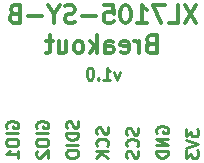
<source format=gbr>
G04 #@! TF.FileFunction,Legend,Bot*
%FSLAX46Y46*%
G04 Gerber Fmt 4.6, Leading zero omitted, Abs format (unit mm)*
G04 Created by KiCad (PCBNEW 4.0.7) date Friday, 11 May 2018 'PMt' 12:15:21 PM*
%MOMM*%
%LPD*%
G01*
G04 APERTURE LIST*
%ADD10C,0.100000*%
%ADD11C,0.250000*%
%ADD12C,0.300000*%
G04 APERTURE END LIST*
D10*
D11*
X151428571Y-110035714D02*
X151190476Y-110702381D01*
X150952380Y-110035714D01*
X150047618Y-110702381D02*
X150619047Y-110702381D01*
X150333333Y-110702381D02*
X150333333Y-109702381D01*
X150428571Y-109845238D01*
X150523809Y-109940476D01*
X150619047Y-109988095D01*
X149619047Y-110607143D02*
X149571428Y-110654762D01*
X149619047Y-110702381D01*
X149666666Y-110654762D01*
X149619047Y-110607143D01*
X149619047Y-110702381D01*
X148952381Y-109702381D02*
X148857142Y-109702381D01*
X148761904Y-109750000D01*
X148714285Y-109797619D01*
X148666666Y-109892857D01*
X148619047Y-110083333D01*
X148619047Y-110321429D01*
X148666666Y-110511905D01*
X148714285Y-110607143D01*
X148761904Y-110654762D01*
X148857142Y-110702381D01*
X148952381Y-110702381D01*
X149047619Y-110654762D01*
X149095238Y-110607143D01*
X149142857Y-110511905D01*
X149190476Y-110321429D01*
X149190476Y-110083333D01*
X149142857Y-109892857D01*
X149095238Y-109797619D01*
X149047619Y-109750000D01*
X148952381Y-109702381D01*
D12*
X157915570Y-104403571D02*
X156915570Y-105903571D01*
X156915570Y-104403571D02*
X157915570Y-105903571D01*
X155629856Y-105903571D02*
X156344142Y-105903571D01*
X156344142Y-104403571D01*
X155272713Y-104403571D02*
X154272713Y-104403571D01*
X154915570Y-105903571D01*
X152915571Y-105903571D02*
X153772714Y-105903571D01*
X153344142Y-105903571D02*
X153344142Y-104403571D01*
X153486999Y-104617857D01*
X153629857Y-104760714D01*
X153772714Y-104832143D01*
X151987000Y-104403571D02*
X151844143Y-104403571D01*
X151701286Y-104475000D01*
X151629857Y-104546429D01*
X151558428Y-104689286D01*
X151487000Y-104975000D01*
X151487000Y-105332143D01*
X151558428Y-105617857D01*
X151629857Y-105760714D01*
X151701286Y-105832143D01*
X151844143Y-105903571D01*
X151987000Y-105903571D01*
X152129857Y-105832143D01*
X152201286Y-105760714D01*
X152272714Y-105617857D01*
X152344143Y-105332143D01*
X152344143Y-104975000D01*
X152272714Y-104689286D01*
X152201286Y-104546429D01*
X152129857Y-104475000D01*
X151987000Y-104403571D01*
X150129857Y-104403571D02*
X150844143Y-104403571D01*
X150915572Y-105117857D01*
X150844143Y-105046429D01*
X150701286Y-104975000D01*
X150344143Y-104975000D01*
X150201286Y-105046429D01*
X150129857Y-105117857D01*
X150058429Y-105260714D01*
X150058429Y-105617857D01*
X150129857Y-105760714D01*
X150201286Y-105832143D01*
X150344143Y-105903571D01*
X150701286Y-105903571D01*
X150844143Y-105832143D01*
X150915572Y-105760714D01*
X149415572Y-105332143D02*
X148272715Y-105332143D01*
X147629858Y-105832143D02*
X147415572Y-105903571D01*
X147058429Y-105903571D01*
X146915572Y-105832143D01*
X146844143Y-105760714D01*
X146772715Y-105617857D01*
X146772715Y-105475000D01*
X146844143Y-105332143D01*
X146915572Y-105260714D01*
X147058429Y-105189286D01*
X147344143Y-105117857D01*
X147487001Y-105046429D01*
X147558429Y-104975000D01*
X147629858Y-104832143D01*
X147629858Y-104689286D01*
X147558429Y-104546429D01*
X147487001Y-104475000D01*
X147344143Y-104403571D01*
X146987001Y-104403571D01*
X146772715Y-104475000D01*
X145844144Y-105189286D02*
X145844144Y-105903571D01*
X146344144Y-104403571D02*
X145844144Y-105189286D01*
X145344144Y-104403571D01*
X144844144Y-105332143D02*
X143701287Y-105332143D01*
X142487001Y-105117857D02*
X142272715Y-105189286D01*
X142201287Y-105260714D01*
X142129858Y-105403571D01*
X142129858Y-105617857D01*
X142201287Y-105760714D01*
X142272715Y-105832143D01*
X142415573Y-105903571D01*
X142987001Y-105903571D01*
X142987001Y-104403571D01*
X142487001Y-104403571D01*
X142344144Y-104475000D01*
X142272715Y-104546429D01*
X142201287Y-104689286D01*
X142201287Y-104832143D01*
X142272715Y-104975000D01*
X142344144Y-105046429D01*
X142487001Y-105117857D01*
X142987001Y-105117857D01*
X154058428Y-107667857D02*
X153844142Y-107739286D01*
X153772714Y-107810714D01*
X153701285Y-107953571D01*
X153701285Y-108167857D01*
X153772714Y-108310714D01*
X153844142Y-108382143D01*
X153987000Y-108453571D01*
X154558428Y-108453571D01*
X154558428Y-106953571D01*
X154058428Y-106953571D01*
X153915571Y-107025000D01*
X153844142Y-107096429D01*
X153772714Y-107239286D01*
X153772714Y-107382143D01*
X153844142Y-107525000D01*
X153915571Y-107596429D01*
X154058428Y-107667857D01*
X154558428Y-107667857D01*
X153058428Y-108453571D02*
X153058428Y-107453571D01*
X153058428Y-107739286D02*
X152987000Y-107596429D01*
X152915571Y-107525000D01*
X152772714Y-107453571D01*
X152629857Y-107453571D01*
X151558429Y-108382143D02*
X151701286Y-108453571D01*
X151987000Y-108453571D01*
X152129857Y-108382143D01*
X152201286Y-108239286D01*
X152201286Y-107667857D01*
X152129857Y-107525000D01*
X151987000Y-107453571D01*
X151701286Y-107453571D01*
X151558429Y-107525000D01*
X151487000Y-107667857D01*
X151487000Y-107810714D01*
X152201286Y-107953571D01*
X150201286Y-108453571D02*
X150201286Y-107667857D01*
X150272715Y-107525000D01*
X150415572Y-107453571D01*
X150701286Y-107453571D01*
X150844143Y-107525000D01*
X150201286Y-108382143D02*
X150344143Y-108453571D01*
X150701286Y-108453571D01*
X150844143Y-108382143D01*
X150915572Y-108239286D01*
X150915572Y-108096429D01*
X150844143Y-107953571D01*
X150701286Y-107882143D01*
X150344143Y-107882143D01*
X150201286Y-107810714D01*
X149487000Y-108453571D02*
X149487000Y-106953571D01*
X149344143Y-107882143D02*
X148915572Y-108453571D01*
X148915572Y-107453571D02*
X149487000Y-108025000D01*
X148058428Y-108453571D02*
X148201286Y-108382143D01*
X148272714Y-108310714D01*
X148344143Y-108167857D01*
X148344143Y-107739286D01*
X148272714Y-107596429D01*
X148201286Y-107525000D01*
X148058428Y-107453571D01*
X147844143Y-107453571D01*
X147701286Y-107525000D01*
X147629857Y-107596429D01*
X147558428Y-107739286D01*
X147558428Y-108167857D01*
X147629857Y-108310714D01*
X147701286Y-108382143D01*
X147844143Y-108453571D01*
X148058428Y-108453571D01*
X146272714Y-107453571D02*
X146272714Y-108453571D01*
X146915571Y-107453571D02*
X146915571Y-108239286D01*
X146844143Y-108382143D01*
X146701285Y-108453571D01*
X146487000Y-108453571D01*
X146344143Y-108382143D01*
X146272714Y-108310714D01*
X145772714Y-107453571D02*
X145201285Y-107453571D01*
X145558428Y-106953571D02*
X145558428Y-108239286D01*
X145487000Y-108382143D01*
X145344142Y-108453571D01*
X145201285Y-108453571D01*
D11*
X141875000Y-114785715D02*
X141827381Y-114690477D01*
X141827381Y-114547620D01*
X141875000Y-114404762D01*
X141970238Y-114309524D01*
X142065476Y-114261905D01*
X142255952Y-114214286D01*
X142398810Y-114214286D01*
X142589286Y-114261905D01*
X142684524Y-114309524D01*
X142779762Y-114404762D01*
X142827381Y-114547620D01*
X142827381Y-114642858D01*
X142779762Y-114785715D01*
X142732143Y-114833334D01*
X142398810Y-114833334D01*
X142398810Y-114642858D01*
X142827381Y-115261905D02*
X141827381Y-115261905D01*
X141827381Y-115928571D02*
X141827381Y-116119048D01*
X141875000Y-116214286D01*
X141970238Y-116309524D01*
X142160714Y-116357143D01*
X142494048Y-116357143D01*
X142684524Y-116309524D01*
X142779762Y-116214286D01*
X142827381Y-116119048D01*
X142827381Y-115928571D01*
X142779762Y-115833333D01*
X142684524Y-115738095D01*
X142494048Y-115690476D01*
X142160714Y-115690476D01*
X141970238Y-115738095D01*
X141875000Y-115833333D01*
X141827381Y-115928571D01*
X142827381Y-117309524D02*
X142827381Y-116738095D01*
X142827381Y-117023809D02*
X141827381Y-117023809D01*
X141970238Y-116928571D01*
X142065476Y-116833333D01*
X142113095Y-116738095D01*
X144415000Y-114785715D02*
X144367381Y-114690477D01*
X144367381Y-114547620D01*
X144415000Y-114404762D01*
X144510238Y-114309524D01*
X144605476Y-114261905D01*
X144795952Y-114214286D01*
X144938810Y-114214286D01*
X145129286Y-114261905D01*
X145224524Y-114309524D01*
X145319762Y-114404762D01*
X145367381Y-114547620D01*
X145367381Y-114642858D01*
X145319762Y-114785715D01*
X145272143Y-114833334D01*
X144938810Y-114833334D01*
X144938810Y-114642858D01*
X145367381Y-115261905D02*
X144367381Y-115261905D01*
X144367381Y-115928571D02*
X144367381Y-116119048D01*
X144415000Y-116214286D01*
X144510238Y-116309524D01*
X144700714Y-116357143D01*
X145034048Y-116357143D01*
X145224524Y-116309524D01*
X145319762Y-116214286D01*
X145367381Y-116119048D01*
X145367381Y-115928571D01*
X145319762Y-115833333D01*
X145224524Y-115738095D01*
X145034048Y-115690476D01*
X144700714Y-115690476D01*
X144510238Y-115738095D01*
X144415000Y-115833333D01*
X144367381Y-115928571D01*
X144462619Y-116738095D02*
X144415000Y-116785714D01*
X144367381Y-116880952D01*
X144367381Y-117119048D01*
X144415000Y-117214286D01*
X144462619Y-117261905D01*
X144557857Y-117309524D01*
X144653095Y-117309524D01*
X144795952Y-117261905D01*
X145367381Y-116690476D01*
X145367381Y-117309524D01*
X147859762Y-114214286D02*
X147907381Y-114357143D01*
X147907381Y-114595239D01*
X147859762Y-114690477D01*
X147812143Y-114738096D01*
X147716905Y-114785715D01*
X147621667Y-114785715D01*
X147526429Y-114738096D01*
X147478810Y-114690477D01*
X147431190Y-114595239D01*
X147383571Y-114404762D01*
X147335952Y-114309524D01*
X147288333Y-114261905D01*
X147193095Y-114214286D01*
X147097857Y-114214286D01*
X147002619Y-114261905D01*
X146955000Y-114309524D01*
X146907381Y-114404762D01*
X146907381Y-114642858D01*
X146955000Y-114785715D01*
X147907381Y-115214286D02*
X146907381Y-115214286D01*
X146907381Y-115452381D01*
X146955000Y-115595239D01*
X147050238Y-115690477D01*
X147145476Y-115738096D01*
X147335952Y-115785715D01*
X147478810Y-115785715D01*
X147669286Y-115738096D01*
X147764524Y-115690477D01*
X147859762Y-115595239D01*
X147907381Y-115452381D01*
X147907381Y-115214286D01*
X147907381Y-116214286D02*
X146907381Y-116214286D01*
X146907381Y-116880952D02*
X146907381Y-117071429D01*
X146955000Y-117166667D01*
X147050238Y-117261905D01*
X147240714Y-117309524D01*
X147574048Y-117309524D01*
X147764524Y-117261905D01*
X147859762Y-117166667D01*
X147907381Y-117071429D01*
X147907381Y-116880952D01*
X147859762Y-116785714D01*
X147764524Y-116690476D01*
X147574048Y-116642857D01*
X147240714Y-116642857D01*
X147050238Y-116690476D01*
X146955000Y-116785714D01*
X146907381Y-116880952D01*
X150399762Y-114738095D02*
X150447381Y-114880952D01*
X150447381Y-115119048D01*
X150399762Y-115214286D01*
X150352143Y-115261905D01*
X150256905Y-115309524D01*
X150161667Y-115309524D01*
X150066429Y-115261905D01*
X150018810Y-115214286D01*
X149971190Y-115119048D01*
X149923571Y-114928571D01*
X149875952Y-114833333D01*
X149828333Y-114785714D01*
X149733095Y-114738095D01*
X149637857Y-114738095D01*
X149542619Y-114785714D01*
X149495000Y-114833333D01*
X149447381Y-114928571D01*
X149447381Y-115166667D01*
X149495000Y-115309524D01*
X150352143Y-116309524D02*
X150399762Y-116261905D01*
X150447381Y-116119048D01*
X150447381Y-116023810D01*
X150399762Y-115880952D01*
X150304524Y-115785714D01*
X150209286Y-115738095D01*
X150018810Y-115690476D01*
X149875952Y-115690476D01*
X149685476Y-115738095D01*
X149590238Y-115785714D01*
X149495000Y-115880952D01*
X149447381Y-116023810D01*
X149447381Y-116119048D01*
X149495000Y-116261905D01*
X149542619Y-116309524D01*
X150447381Y-116738095D02*
X149447381Y-116738095D01*
X150447381Y-117309524D02*
X149875952Y-116880952D01*
X149447381Y-117309524D02*
X150018810Y-116738095D01*
X152939762Y-114785714D02*
X152987381Y-114928571D01*
X152987381Y-115166667D01*
X152939762Y-115261905D01*
X152892143Y-115309524D01*
X152796905Y-115357143D01*
X152701667Y-115357143D01*
X152606429Y-115309524D01*
X152558810Y-115261905D01*
X152511190Y-115166667D01*
X152463571Y-114976190D01*
X152415952Y-114880952D01*
X152368333Y-114833333D01*
X152273095Y-114785714D01*
X152177857Y-114785714D01*
X152082619Y-114833333D01*
X152035000Y-114880952D01*
X151987381Y-114976190D01*
X151987381Y-115214286D01*
X152035000Y-115357143D01*
X152892143Y-116357143D02*
X152939762Y-116309524D01*
X152987381Y-116166667D01*
X152987381Y-116071429D01*
X152939762Y-115928571D01*
X152844524Y-115833333D01*
X152749286Y-115785714D01*
X152558810Y-115738095D01*
X152415952Y-115738095D01*
X152225476Y-115785714D01*
X152130238Y-115833333D01*
X152035000Y-115928571D01*
X151987381Y-116071429D01*
X151987381Y-116166667D01*
X152035000Y-116309524D01*
X152082619Y-116357143D01*
X152939762Y-116738095D02*
X152987381Y-116880952D01*
X152987381Y-117119048D01*
X152939762Y-117214286D01*
X152892143Y-117261905D01*
X152796905Y-117309524D01*
X152701667Y-117309524D01*
X152606429Y-117261905D01*
X152558810Y-117214286D01*
X152511190Y-117119048D01*
X152463571Y-116928571D01*
X152415952Y-116833333D01*
X152368333Y-116785714D01*
X152273095Y-116738095D01*
X152177857Y-116738095D01*
X152082619Y-116785714D01*
X152035000Y-116833333D01*
X151987381Y-116928571D01*
X151987381Y-117166667D01*
X152035000Y-117309524D01*
X154575000Y-115214286D02*
X154527381Y-115119048D01*
X154527381Y-114976191D01*
X154575000Y-114833333D01*
X154670238Y-114738095D01*
X154765476Y-114690476D01*
X154955952Y-114642857D01*
X155098810Y-114642857D01*
X155289286Y-114690476D01*
X155384524Y-114738095D01*
X155479762Y-114833333D01*
X155527381Y-114976191D01*
X155527381Y-115071429D01*
X155479762Y-115214286D01*
X155432143Y-115261905D01*
X155098810Y-115261905D01*
X155098810Y-115071429D01*
X155527381Y-115690476D02*
X154527381Y-115690476D01*
X155527381Y-116261905D01*
X154527381Y-116261905D01*
X155527381Y-116738095D02*
X154527381Y-116738095D01*
X154527381Y-116976190D01*
X154575000Y-117119048D01*
X154670238Y-117214286D01*
X154765476Y-117261905D01*
X154955952Y-117309524D01*
X155098810Y-117309524D01*
X155289286Y-117261905D01*
X155384524Y-117214286D01*
X155479762Y-117119048D01*
X155527381Y-116976190D01*
X155527381Y-116738095D01*
X157067381Y-114880952D02*
X157067381Y-115500000D01*
X157448333Y-115166666D01*
X157448333Y-115309524D01*
X157495952Y-115404762D01*
X157543571Y-115452381D01*
X157638810Y-115500000D01*
X157876905Y-115500000D01*
X157972143Y-115452381D01*
X158019762Y-115404762D01*
X158067381Y-115309524D01*
X158067381Y-115023809D01*
X158019762Y-114928571D01*
X157972143Y-114880952D01*
X157067381Y-115785714D02*
X158067381Y-116119047D01*
X157067381Y-116452381D01*
X157067381Y-116690476D02*
X157067381Y-117309524D01*
X157448333Y-116976190D01*
X157448333Y-117119048D01*
X157495952Y-117214286D01*
X157543571Y-117261905D01*
X157638810Y-117309524D01*
X157876905Y-117309524D01*
X157972143Y-117261905D01*
X158019762Y-117214286D01*
X158067381Y-117119048D01*
X158067381Y-116833333D01*
X158019762Y-116738095D01*
X157972143Y-116690476D01*
M02*

</source>
